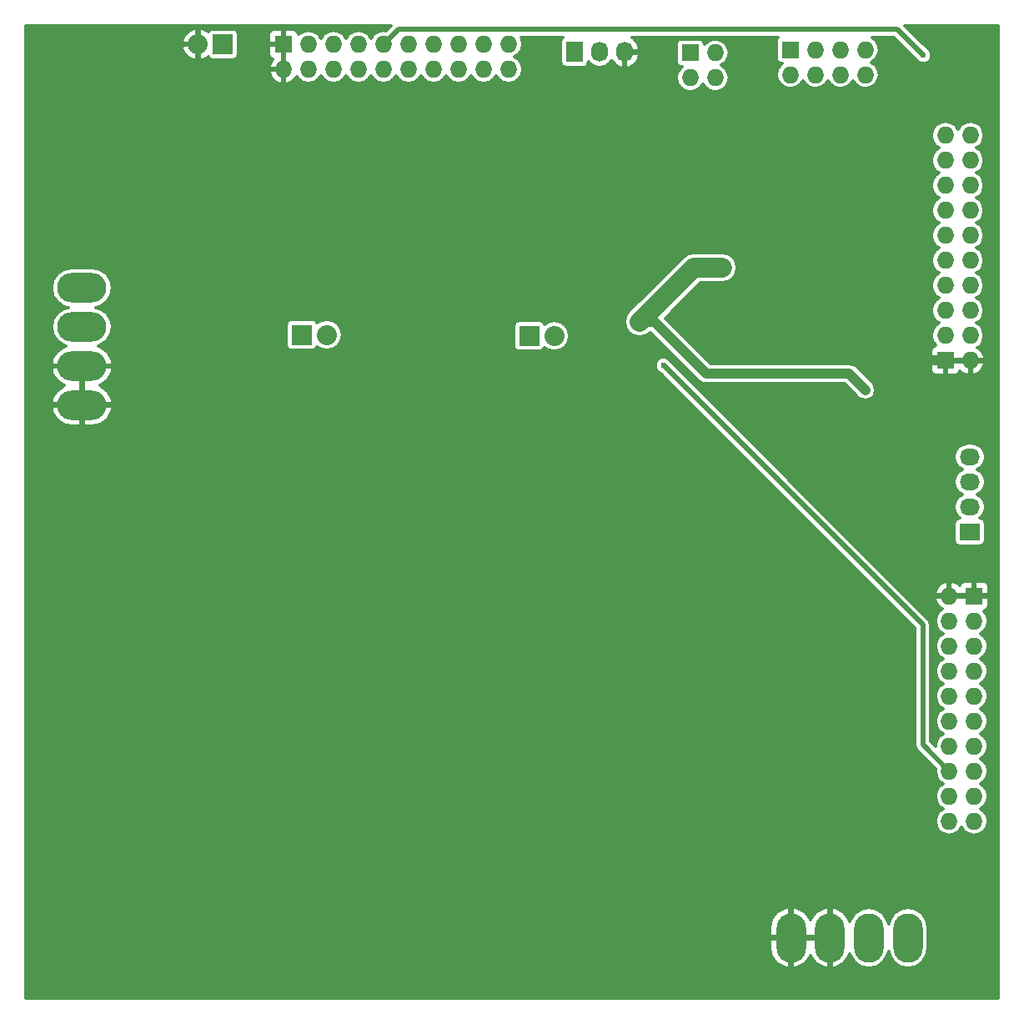
<source format=gbr>
G04 #@! TF.FileFunction,Copper,L2,Bot,Signal*
%FSLAX46Y46*%
G04 Gerber Fmt 4.6, Leading zero omitted, Abs format (unit mm)*
G04 Created by KiCad (PCBNEW 4.0.6) date 10/03/17 06:58:34*
%MOMM*%
%LPD*%
G01*
G04 APERTURE LIST*
%ADD10C,0.100000*%
%ADD11R,2.032000X2.032000*%
%ADD12O,2.032000X2.032000*%
%ADD13R,1.727200X1.727200*%
%ADD14O,1.727200X1.727200*%
%ADD15R,2.032000X1.727200*%
%ADD16O,2.032000X1.727200*%
%ADD17O,5.001260X2.999740*%
%ADD18O,2.999740X5.001260*%
%ADD19R,1.727200X2.032000*%
%ADD20O,1.727200X2.032000*%
%ADD21C,0.600000*%
%ADD22C,0.800000*%
%ADD23C,1.000000*%
%ADD24C,0.500000*%
%ADD25C,0.550000*%
%ADD26C,2.000000*%
%ADD27C,0.300000*%
G04 APERTURE END LIST*
D10*
D11*
X108650000Y-54030000D03*
D12*
X111190000Y-54030000D03*
D11*
X131730000Y-54130000D03*
D12*
X134270000Y-54130000D03*
D13*
X173990000Y-56640000D03*
D14*
X176530000Y-56640000D03*
X173990000Y-54100000D03*
X176530000Y-54100000D03*
X173990000Y-51560000D03*
X176530000Y-51560000D03*
X173990000Y-49020000D03*
X176530000Y-49020000D03*
X173990000Y-46480000D03*
X176530000Y-46480000D03*
X173990000Y-43940000D03*
X176530000Y-43940000D03*
X173990000Y-41400000D03*
X176530000Y-41400000D03*
X173990000Y-38860000D03*
X176530000Y-38860000D03*
X173990000Y-36320000D03*
X176530000Y-36320000D03*
X173990000Y-33780000D03*
X176530000Y-33780000D03*
D13*
X176910000Y-80540000D03*
D14*
X174370000Y-80540000D03*
X176910000Y-83080000D03*
X174370000Y-83080000D03*
X176910000Y-85620000D03*
X174370000Y-85620000D03*
X176910000Y-88160000D03*
X174370000Y-88160000D03*
X176910000Y-90700000D03*
X174370000Y-90700000D03*
X176910000Y-93240000D03*
X174370000Y-93240000D03*
X176910000Y-95780000D03*
X174370000Y-95780000D03*
X176910000Y-98320000D03*
X174370000Y-98320000D03*
X176910000Y-100860000D03*
X174370000Y-100860000D03*
X176910000Y-103400000D03*
X174370000Y-103400000D03*
D13*
X106790000Y-24530000D03*
D14*
X106790000Y-27070000D03*
X109330000Y-24530000D03*
X109330000Y-27070000D03*
X111870000Y-24530000D03*
X111870000Y-27070000D03*
X114410000Y-24530000D03*
X114410000Y-27070000D03*
X116950000Y-24530000D03*
X116950000Y-27070000D03*
X119490000Y-24530000D03*
X119490000Y-27070000D03*
X122030000Y-24530000D03*
X122030000Y-27070000D03*
X124570000Y-24530000D03*
X124570000Y-27070000D03*
X127110000Y-24530000D03*
X127110000Y-27070000D03*
X129650000Y-24530000D03*
X129650000Y-27070000D03*
D15*
X176470000Y-74050000D03*
D16*
X176470000Y-71510000D03*
X176470000Y-68970000D03*
X176470000Y-66430000D03*
D13*
X158240000Y-25070000D03*
D14*
X158240000Y-27610000D03*
X160780000Y-25070000D03*
X160780000Y-27610000D03*
X163320000Y-25070000D03*
X163320000Y-27610000D03*
X165860000Y-25070000D03*
X165860000Y-27610000D03*
D17*
X86320000Y-53228800D03*
X86320000Y-57191200D03*
X86320000Y-49268940D03*
X86320000Y-61151060D03*
D18*
X166231200Y-115250000D03*
X162268800Y-115250000D03*
X170191060Y-115250000D03*
X158308940Y-115250000D03*
D19*
X136350000Y-25310000D03*
D20*
X138890000Y-25310000D03*
X141430000Y-25310000D03*
D11*
X100630000Y-24540000D03*
D12*
X98090000Y-24540000D03*
D13*
X148080000Y-25400000D03*
D14*
X148080000Y-27940000D03*
X150620000Y-25400000D03*
X150620000Y-27940000D03*
D21*
X163070000Y-50620000D03*
X163820000Y-55050000D03*
D22*
X151490000Y-35360000D03*
D21*
X161020000Y-34620000D03*
X162830000Y-37690000D03*
X119120000Y-50890000D03*
X119120000Y-49560000D03*
X118390000Y-51630000D03*
D22*
X136080000Y-50040000D03*
X88690000Y-46690000D03*
X151460000Y-45110000D03*
X162460000Y-102700000D03*
X162570000Y-105610000D03*
X163360000Y-61930000D03*
D21*
X157600000Y-59240000D03*
X145180000Y-58130000D03*
D22*
X136300000Y-63370000D03*
X136280000Y-61200000D03*
X138230000Y-59020000D03*
X138180000Y-56890000D03*
D21*
X145360000Y-57140000D03*
X171750000Y-25640000D03*
X165860000Y-59640000D03*
X151300000Y-47210000D03*
X142970000Y-52720000D03*
D23*
X167255000Y-52725000D02*
X166145000Y-52725000D01*
X163440000Y-50250000D02*
X166780000Y-50250000D01*
X163070000Y-50620000D02*
X163440000Y-50250000D01*
X166145000Y-52725000D02*
X163820000Y-55050000D01*
X173990000Y-56640000D02*
X171170000Y-56640000D01*
X160280000Y-35360000D02*
X151490000Y-35360000D01*
X161020000Y-34620000D02*
X160280000Y-35360000D01*
X166780000Y-41640000D02*
X162830000Y-37690000D01*
X166780000Y-50250000D02*
X166780000Y-41640000D01*
X171170000Y-56640000D02*
X167255000Y-52725000D01*
X136300000Y-63370000D02*
X136290000Y-63370000D01*
D24*
X171700000Y-95650000D02*
X174370000Y-98320000D01*
X171700000Y-83480000D02*
X171700000Y-95650000D01*
X145360000Y-57140000D02*
X171700000Y-83480000D01*
D25*
X118460000Y-23020000D02*
X116950000Y-24530000D01*
X169130000Y-23020000D02*
X118460000Y-23020000D01*
X171750000Y-25640000D02*
X169130000Y-23020000D01*
D23*
X142970000Y-52720000D02*
X144430000Y-52720000D01*
X164190000Y-57970000D02*
X165860000Y-59640000D01*
X149680000Y-57970000D02*
X164190000Y-57970000D01*
X144430000Y-52720000D02*
X149680000Y-57970000D01*
D26*
X148480000Y-47210000D02*
X151300000Y-47210000D01*
X142970000Y-52720000D02*
X148480000Y-47210000D01*
D27*
G36*
X117160510Y-23152764D02*
X116977694Y-23116400D01*
X116922306Y-23116400D01*
X116381345Y-23224004D01*
X115922740Y-23530434D01*
X115680000Y-23893720D01*
X115437260Y-23530434D01*
X114978655Y-23224004D01*
X114437694Y-23116400D01*
X114382306Y-23116400D01*
X113841345Y-23224004D01*
X113382740Y-23530434D01*
X113140000Y-23893720D01*
X112897260Y-23530434D01*
X112438655Y-23224004D01*
X111897694Y-23116400D01*
X111842306Y-23116400D01*
X111301345Y-23224004D01*
X110842740Y-23530434D01*
X110600000Y-23893720D01*
X110357260Y-23530434D01*
X109898655Y-23224004D01*
X109357694Y-23116400D01*
X109302306Y-23116400D01*
X108761345Y-23224004D01*
X108308031Y-23526899D01*
X108211425Y-23293673D01*
X108026327Y-23108574D01*
X107784484Y-23008400D01*
X107058500Y-23008400D01*
X106894000Y-23172900D01*
X106894000Y-24426000D01*
X106914000Y-24426000D01*
X106914000Y-24634000D01*
X106894000Y-24634000D01*
X106894000Y-26966000D01*
X106914000Y-26966000D01*
X106914000Y-27174000D01*
X106894000Y-27174000D01*
X106894000Y-28423549D01*
X107130195Y-28553090D01*
X107671853Y-28310010D01*
X108079257Y-27878149D01*
X108115834Y-27789841D01*
X108302740Y-28069566D01*
X108761345Y-28375996D01*
X109302306Y-28483600D01*
X109357694Y-28483600D01*
X109898655Y-28375996D01*
X110357260Y-28069566D01*
X110600000Y-27706280D01*
X110842740Y-28069566D01*
X111301345Y-28375996D01*
X111842306Y-28483600D01*
X111897694Y-28483600D01*
X112438655Y-28375996D01*
X112897260Y-28069566D01*
X113140000Y-27706280D01*
X113382740Y-28069566D01*
X113841345Y-28375996D01*
X114382306Y-28483600D01*
X114437694Y-28483600D01*
X114978655Y-28375996D01*
X115437260Y-28069566D01*
X115680000Y-27706280D01*
X115922740Y-28069566D01*
X116381345Y-28375996D01*
X116922306Y-28483600D01*
X116977694Y-28483600D01*
X117518655Y-28375996D01*
X117977260Y-28069566D01*
X118220000Y-27706280D01*
X118462740Y-28069566D01*
X118921345Y-28375996D01*
X119462306Y-28483600D01*
X119517694Y-28483600D01*
X120058655Y-28375996D01*
X120517260Y-28069566D01*
X120760000Y-27706280D01*
X121002740Y-28069566D01*
X121461345Y-28375996D01*
X122002306Y-28483600D01*
X122057694Y-28483600D01*
X122598655Y-28375996D01*
X123057260Y-28069566D01*
X123300000Y-27706280D01*
X123542740Y-28069566D01*
X124001345Y-28375996D01*
X124542306Y-28483600D01*
X124597694Y-28483600D01*
X125138655Y-28375996D01*
X125597260Y-28069566D01*
X125840000Y-27706280D01*
X126082740Y-28069566D01*
X126541345Y-28375996D01*
X127082306Y-28483600D01*
X127137694Y-28483600D01*
X127678655Y-28375996D01*
X128137260Y-28069566D01*
X128380000Y-27706280D01*
X128622740Y-28069566D01*
X129081345Y-28375996D01*
X129622306Y-28483600D01*
X129677694Y-28483600D01*
X130218655Y-28375996D01*
X130677260Y-28069566D01*
X130763833Y-27940000D01*
X146638706Y-27940000D01*
X146746310Y-28480961D01*
X147052740Y-28939566D01*
X147511345Y-29245996D01*
X148052306Y-29353600D01*
X148107694Y-29353600D01*
X148648655Y-29245996D01*
X149107260Y-28939566D01*
X149350000Y-28576280D01*
X149592740Y-28939566D01*
X150051345Y-29245996D01*
X150592306Y-29353600D01*
X150647694Y-29353600D01*
X151188655Y-29245996D01*
X151647260Y-28939566D01*
X151953690Y-28480961D01*
X152061294Y-27940000D01*
X151953690Y-27399039D01*
X151647260Y-26940434D01*
X151242527Y-26670000D01*
X151647260Y-26399566D01*
X151953690Y-25940961D01*
X152061294Y-25400000D01*
X151953690Y-24859039D01*
X151647260Y-24400434D01*
X151188655Y-24094004D01*
X150647694Y-23986400D01*
X150592306Y-23986400D01*
X150051345Y-24094004D01*
X149592740Y-24400434D01*
X149503829Y-24533499D01*
X149466024Y-24332582D01*
X149345568Y-24145388D01*
X149161773Y-24019806D01*
X148943600Y-23975625D01*
X147216400Y-23975625D01*
X147012582Y-24013976D01*
X146825388Y-24134432D01*
X146699806Y-24318227D01*
X146655625Y-24536400D01*
X146655625Y-26263600D01*
X146693976Y-26467418D01*
X146814432Y-26654612D01*
X146998227Y-26780194D01*
X147216400Y-26824375D01*
X147226435Y-26824375D01*
X147052740Y-26940434D01*
X146746310Y-27399039D01*
X146638706Y-27940000D01*
X130763833Y-27940000D01*
X130983690Y-27610961D01*
X131091294Y-27070000D01*
X130983690Y-26529039D01*
X130677260Y-26070434D01*
X130272527Y-25800000D01*
X130677260Y-25529566D01*
X130983690Y-25070961D01*
X131091294Y-24530000D01*
X130983690Y-23989039D01*
X130887446Y-23845000D01*
X135168478Y-23845000D01*
X135095388Y-23892032D01*
X134969806Y-24075827D01*
X134925625Y-24294000D01*
X134925625Y-26326000D01*
X134963976Y-26529818D01*
X135084432Y-26717012D01*
X135268227Y-26842594D01*
X135486400Y-26886775D01*
X137213600Y-26886775D01*
X137417418Y-26848424D01*
X137604612Y-26727968D01*
X137730194Y-26544173D01*
X137774375Y-26326000D01*
X137774375Y-26318951D01*
X137890434Y-26492646D01*
X138349039Y-26799076D01*
X138890000Y-26906680D01*
X139430961Y-26799076D01*
X139889566Y-26492646D01*
X140095212Y-26184875D01*
X140105927Y-26217029D01*
X140495500Y-26666287D01*
X141027342Y-26932264D01*
X141089806Y-26945483D01*
X141326000Y-26815509D01*
X141326000Y-25414000D01*
X141534000Y-25414000D01*
X141534000Y-26815509D01*
X141770194Y-26945483D01*
X141832658Y-26932264D01*
X142364500Y-26666287D01*
X142754073Y-26217029D01*
X142942068Y-25652885D01*
X142788750Y-25414000D01*
X141534000Y-25414000D01*
X141326000Y-25414000D01*
X141306000Y-25414000D01*
X141306000Y-25206000D01*
X141326000Y-25206000D01*
X141326000Y-25186000D01*
X141534000Y-25186000D01*
X141534000Y-25206000D01*
X142788750Y-25206000D01*
X142942068Y-24967115D01*
X142754073Y-24402971D01*
X142364500Y-23953713D01*
X142147120Y-23845000D01*
X156957669Y-23845000D01*
X156859806Y-23988227D01*
X156815625Y-24206400D01*
X156815625Y-25933600D01*
X156853976Y-26137418D01*
X156974432Y-26324612D01*
X157158227Y-26450194D01*
X157376400Y-26494375D01*
X157386435Y-26494375D01*
X157212740Y-26610434D01*
X156906310Y-27069039D01*
X156798706Y-27610000D01*
X156906310Y-28150961D01*
X157212740Y-28609566D01*
X157671345Y-28915996D01*
X158212306Y-29023600D01*
X158267694Y-29023600D01*
X158808655Y-28915996D01*
X159267260Y-28609566D01*
X159510000Y-28246280D01*
X159752740Y-28609566D01*
X160211345Y-28915996D01*
X160752306Y-29023600D01*
X160807694Y-29023600D01*
X161348655Y-28915996D01*
X161807260Y-28609566D01*
X162050000Y-28246280D01*
X162292740Y-28609566D01*
X162751345Y-28915996D01*
X163292306Y-29023600D01*
X163347694Y-29023600D01*
X163888655Y-28915996D01*
X164347260Y-28609566D01*
X164590000Y-28246280D01*
X164832740Y-28609566D01*
X165291345Y-28915996D01*
X165832306Y-29023600D01*
X165887694Y-29023600D01*
X166428655Y-28915996D01*
X166887260Y-28609566D01*
X167193690Y-28150961D01*
X167301294Y-27610000D01*
X167193690Y-27069039D01*
X166887260Y-26610434D01*
X166482527Y-26340000D01*
X166887260Y-26069566D01*
X167193690Y-25610961D01*
X167301294Y-25070000D01*
X167193690Y-24529039D01*
X166887260Y-24070434D01*
X166549874Y-23845000D01*
X168788274Y-23845000D01*
X171004237Y-26060963D01*
X171028985Y-26120857D01*
X171267885Y-26360174D01*
X171580183Y-26489852D01*
X171918334Y-26490147D01*
X172230857Y-26361015D01*
X172470174Y-26122115D01*
X172599852Y-25809817D01*
X172600147Y-25471666D01*
X172471015Y-25159143D01*
X172232115Y-24919826D01*
X172171299Y-24894573D01*
X169901726Y-22625000D01*
X179375000Y-22625000D01*
X179375000Y-121375000D01*
X80625000Y-121375000D01*
X80625000Y-115354000D01*
X156151070Y-115354000D01*
X156151070Y-116354760D01*
X156355127Y-117172625D01*
X156856635Y-117850144D01*
X157579243Y-118284171D01*
X157869048Y-118363317D01*
X158204940Y-118241415D01*
X158204940Y-115354000D01*
X158412940Y-115354000D01*
X158412940Y-118241415D01*
X158748832Y-118363317D01*
X159038637Y-118284171D01*
X159761245Y-117850144D01*
X160262753Y-117172625D01*
X160288870Y-117067947D01*
X160314987Y-117172625D01*
X160816495Y-117850144D01*
X161539103Y-118284171D01*
X161828908Y-118363317D01*
X162164800Y-118241415D01*
X162164800Y-115354000D01*
X158412940Y-115354000D01*
X158204940Y-115354000D01*
X156151070Y-115354000D01*
X80625000Y-115354000D01*
X80625000Y-114145240D01*
X156151070Y-114145240D01*
X156151070Y-115146000D01*
X158204940Y-115146000D01*
X158204940Y-112258585D01*
X158412940Y-112258585D01*
X158412940Y-115146000D01*
X162164800Y-115146000D01*
X162164800Y-112258585D01*
X162372800Y-112258585D01*
X162372800Y-115146000D01*
X162392800Y-115146000D01*
X162392800Y-115354000D01*
X162372800Y-115354000D01*
X162372800Y-118241415D01*
X162708692Y-118363317D01*
X162998497Y-118284171D01*
X163721105Y-117850144D01*
X164222613Y-117172625D01*
X164295057Y-116882268D01*
X164337367Y-117094976D01*
X164781723Y-117760002D01*
X165446749Y-118204358D01*
X166231200Y-118360395D01*
X167015651Y-118204358D01*
X167680677Y-117760002D01*
X168125033Y-117094976D01*
X168211130Y-116662137D01*
X168297227Y-117094976D01*
X168741583Y-117760002D01*
X169406609Y-118204358D01*
X170191060Y-118360395D01*
X170975511Y-118204358D01*
X171640537Y-117760002D01*
X172084893Y-117094976D01*
X172240930Y-116310525D01*
X172240930Y-114189475D01*
X172084893Y-113405024D01*
X171640537Y-112739998D01*
X170975511Y-112295642D01*
X170191060Y-112139605D01*
X169406609Y-112295642D01*
X168741583Y-112739998D01*
X168297227Y-113405024D01*
X168211130Y-113837863D01*
X168125033Y-113405024D01*
X167680677Y-112739998D01*
X167015651Y-112295642D01*
X166231200Y-112139605D01*
X165446749Y-112295642D01*
X164781723Y-112739998D01*
X164337367Y-113405024D01*
X164295057Y-113617732D01*
X164222613Y-113327375D01*
X163721105Y-112649856D01*
X162998497Y-112215829D01*
X162708692Y-112136683D01*
X162372800Y-112258585D01*
X162164800Y-112258585D01*
X161828908Y-112136683D01*
X161539103Y-112215829D01*
X160816495Y-112649856D01*
X160314987Y-113327375D01*
X160288870Y-113432053D01*
X160262753Y-113327375D01*
X159761245Y-112649856D01*
X159038637Y-112215829D01*
X158748832Y-112136683D01*
X158412940Y-112258585D01*
X158204940Y-112258585D01*
X157869048Y-112136683D01*
X157579243Y-112215829D01*
X156856635Y-112649856D01*
X156355127Y-113327375D01*
X156151070Y-114145240D01*
X80625000Y-114145240D01*
X80625000Y-61590952D01*
X83206683Y-61590952D01*
X83285829Y-61880757D01*
X83719856Y-62603365D01*
X84397375Y-63104873D01*
X85215240Y-63308930D01*
X86216000Y-63308930D01*
X86216000Y-61255060D01*
X86424000Y-61255060D01*
X86424000Y-63308930D01*
X87424760Y-63308930D01*
X88242625Y-63104873D01*
X88920144Y-62603365D01*
X89354171Y-61880757D01*
X89433317Y-61590952D01*
X89311415Y-61255060D01*
X86424000Y-61255060D01*
X86216000Y-61255060D01*
X83328585Y-61255060D01*
X83206683Y-61590952D01*
X80625000Y-61590952D01*
X80625000Y-57631092D01*
X83206683Y-57631092D01*
X83285829Y-57920897D01*
X83719856Y-58643505D01*
X84397375Y-59145013D01*
X84502053Y-59171130D01*
X84397375Y-59197247D01*
X83719856Y-59698755D01*
X83285829Y-60421363D01*
X83206683Y-60711168D01*
X83328585Y-61047060D01*
X86216000Y-61047060D01*
X86216000Y-57295200D01*
X86424000Y-57295200D01*
X86424000Y-61047060D01*
X89311415Y-61047060D01*
X89433317Y-60711168D01*
X89354171Y-60421363D01*
X88920144Y-59698755D01*
X88242625Y-59197247D01*
X88137947Y-59171130D01*
X88242625Y-59145013D01*
X88920144Y-58643505D01*
X89354171Y-57920897D01*
X89433317Y-57631092D01*
X89316182Y-57308334D01*
X144509853Y-57308334D01*
X144638985Y-57620857D01*
X144877885Y-57860174D01*
X144999163Y-57910533D01*
X170900000Y-83811371D01*
X170900000Y-95650000D01*
X170960896Y-95956147D01*
X171134315Y-96215685D01*
X172998630Y-98080001D01*
X172956400Y-98292306D01*
X172956400Y-98347694D01*
X173064004Y-98888655D01*
X173370434Y-99347260D01*
X173733720Y-99590000D01*
X173370434Y-99832740D01*
X173064004Y-100291345D01*
X172956400Y-100832306D01*
X172956400Y-100887694D01*
X173064004Y-101428655D01*
X173370434Y-101887260D01*
X173733720Y-102130000D01*
X173370434Y-102372740D01*
X173064004Y-102831345D01*
X172956400Y-103372306D01*
X172956400Y-103427694D01*
X173064004Y-103968655D01*
X173370434Y-104427260D01*
X173829039Y-104733690D01*
X174370000Y-104841294D01*
X174910961Y-104733690D01*
X175369566Y-104427260D01*
X175640000Y-104022527D01*
X175910434Y-104427260D01*
X176369039Y-104733690D01*
X176910000Y-104841294D01*
X177450961Y-104733690D01*
X177909566Y-104427260D01*
X178215996Y-103968655D01*
X178323600Y-103427694D01*
X178323600Y-103372306D01*
X178215996Y-102831345D01*
X177909566Y-102372740D01*
X177546280Y-102130000D01*
X177909566Y-101887260D01*
X178215996Y-101428655D01*
X178323600Y-100887694D01*
X178323600Y-100832306D01*
X178215996Y-100291345D01*
X177909566Y-99832740D01*
X177546280Y-99590000D01*
X177909566Y-99347260D01*
X178215996Y-98888655D01*
X178323600Y-98347694D01*
X178323600Y-98292306D01*
X178215996Y-97751345D01*
X177909566Y-97292740D01*
X177546280Y-97050000D01*
X177909566Y-96807260D01*
X178215996Y-96348655D01*
X178323600Y-95807694D01*
X178323600Y-95752306D01*
X178215996Y-95211345D01*
X177909566Y-94752740D01*
X177546280Y-94510000D01*
X177909566Y-94267260D01*
X178215996Y-93808655D01*
X178323600Y-93267694D01*
X178323600Y-93212306D01*
X178215996Y-92671345D01*
X177909566Y-92212740D01*
X177546280Y-91970000D01*
X177909566Y-91727260D01*
X178215996Y-91268655D01*
X178323600Y-90727694D01*
X178323600Y-90672306D01*
X178215996Y-90131345D01*
X177909566Y-89672740D01*
X177546280Y-89430000D01*
X177909566Y-89187260D01*
X178215996Y-88728655D01*
X178323600Y-88187694D01*
X178323600Y-88132306D01*
X178215996Y-87591345D01*
X177909566Y-87132740D01*
X177546280Y-86890000D01*
X177909566Y-86647260D01*
X178215996Y-86188655D01*
X178323600Y-85647694D01*
X178323600Y-85592306D01*
X178215996Y-85051345D01*
X177909566Y-84592740D01*
X177546280Y-84350000D01*
X177909566Y-84107260D01*
X178215996Y-83648655D01*
X178323600Y-83107694D01*
X178323600Y-83052306D01*
X178215996Y-82511345D01*
X177913101Y-82058031D01*
X178146327Y-81961425D01*
X178331426Y-81776327D01*
X178431600Y-81534484D01*
X178431600Y-80808500D01*
X178267100Y-80644000D01*
X177014000Y-80644000D01*
X177014000Y-80664000D01*
X176806000Y-80664000D01*
X176806000Y-80644000D01*
X174474000Y-80644000D01*
X174474000Y-80664000D01*
X174266000Y-80664000D01*
X174266000Y-80644000D01*
X173016451Y-80644000D01*
X172886910Y-80880195D01*
X173129990Y-81421853D01*
X173561851Y-81829257D01*
X173650159Y-81865834D01*
X173370434Y-82052740D01*
X173064004Y-82511345D01*
X172956400Y-83052306D01*
X172956400Y-83107694D01*
X173064004Y-83648655D01*
X173370434Y-84107260D01*
X173733720Y-84350000D01*
X173370434Y-84592740D01*
X173064004Y-85051345D01*
X172956400Y-85592306D01*
X172956400Y-85647694D01*
X173064004Y-86188655D01*
X173370434Y-86647260D01*
X173733720Y-86890000D01*
X173370434Y-87132740D01*
X173064004Y-87591345D01*
X172956400Y-88132306D01*
X172956400Y-88187694D01*
X173064004Y-88728655D01*
X173370434Y-89187260D01*
X173733720Y-89430000D01*
X173370434Y-89672740D01*
X173064004Y-90131345D01*
X172956400Y-90672306D01*
X172956400Y-90727694D01*
X173064004Y-91268655D01*
X173370434Y-91727260D01*
X173733720Y-91970000D01*
X173370434Y-92212740D01*
X173064004Y-92671345D01*
X172956400Y-93212306D01*
X172956400Y-93267694D01*
X173064004Y-93808655D01*
X173370434Y-94267260D01*
X173733720Y-94510000D01*
X173370434Y-94752740D01*
X173064004Y-95211345D01*
X172956400Y-95752306D01*
X172956400Y-95775030D01*
X172500000Y-95318630D01*
X172500000Y-83480000D01*
X172439104Y-83173853D01*
X172394898Y-83107694D01*
X172265685Y-82914314D01*
X169551176Y-80199805D01*
X172886910Y-80199805D01*
X173016451Y-80436000D01*
X174266000Y-80436000D01*
X174266000Y-79186891D01*
X174474000Y-79186891D01*
X174474000Y-80436000D01*
X176806000Y-80436000D01*
X176806000Y-79182900D01*
X177014000Y-79182900D01*
X177014000Y-80436000D01*
X178267100Y-80436000D01*
X178431600Y-80271500D01*
X178431600Y-79545516D01*
X178331426Y-79303673D01*
X178146327Y-79118575D01*
X177904485Y-79018400D01*
X177178500Y-79018400D01*
X177014000Y-79182900D01*
X176806000Y-79182900D01*
X176641500Y-79018400D01*
X175915515Y-79018400D01*
X175673673Y-79118575D01*
X175488574Y-79303673D01*
X175417120Y-79476180D01*
X175178149Y-79250743D01*
X174710194Y-79056917D01*
X174474000Y-79186891D01*
X174266000Y-79186891D01*
X174029806Y-79056917D01*
X173561851Y-79250743D01*
X173129990Y-79658147D01*
X172886910Y-80199805D01*
X169551176Y-80199805D01*
X155781371Y-66430000D01*
X174873320Y-66430000D01*
X174980924Y-66970961D01*
X175287354Y-67429566D01*
X175692087Y-67700000D01*
X175287354Y-67970434D01*
X174980924Y-68429039D01*
X174873320Y-68970000D01*
X174980924Y-69510961D01*
X175287354Y-69969566D01*
X175692087Y-70240000D01*
X175287354Y-70510434D01*
X174980924Y-70969039D01*
X174873320Y-71510000D01*
X174980924Y-72050961D01*
X175287354Y-72509566D01*
X175461049Y-72625625D01*
X175454000Y-72625625D01*
X175250182Y-72663976D01*
X175062988Y-72784432D01*
X174937406Y-72968227D01*
X174893225Y-73186400D01*
X174893225Y-74913600D01*
X174931576Y-75117418D01*
X175052032Y-75304612D01*
X175235827Y-75430194D01*
X175454000Y-75474375D01*
X177486000Y-75474375D01*
X177689818Y-75436024D01*
X177877012Y-75315568D01*
X178002594Y-75131773D01*
X178046775Y-74913600D01*
X178046775Y-73186400D01*
X178008424Y-72982582D01*
X177887968Y-72795388D01*
X177704173Y-72669806D01*
X177486000Y-72625625D01*
X177478951Y-72625625D01*
X177652646Y-72509566D01*
X177959076Y-72050961D01*
X178066680Y-71510000D01*
X177959076Y-70969039D01*
X177652646Y-70510434D01*
X177247913Y-70240000D01*
X177652646Y-69969566D01*
X177959076Y-69510961D01*
X178066680Y-68970000D01*
X177959076Y-68429039D01*
X177652646Y-67970434D01*
X177247913Y-67700000D01*
X177652646Y-67429566D01*
X177959076Y-66970961D01*
X178066680Y-66430000D01*
X177959076Y-65889039D01*
X177652646Y-65430434D01*
X177194041Y-65124004D01*
X176653080Y-65016400D01*
X176286920Y-65016400D01*
X175745959Y-65124004D01*
X175287354Y-65430434D01*
X174980924Y-65889039D01*
X174873320Y-66430000D01*
X155781371Y-66430000D01*
X146130658Y-56779288D01*
X146081015Y-56659143D01*
X145842115Y-56419826D01*
X145529817Y-56290148D01*
X145191666Y-56289853D01*
X144879143Y-56418985D01*
X144639826Y-56657885D01*
X144510148Y-56970183D01*
X144509853Y-57308334D01*
X89316182Y-57308334D01*
X89311415Y-57295200D01*
X86424000Y-57295200D01*
X86216000Y-57295200D01*
X83328585Y-57295200D01*
X83206683Y-57631092D01*
X80625000Y-57631092D01*
X80625000Y-56751308D01*
X83206683Y-56751308D01*
X83328585Y-57087200D01*
X86216000Y-57087200D01*
X86216000Y-57067200D01*
X86424000Y-57067200D01*
X86424000Y-57087200D01*
X89311415Y-57087200D01*
X89433317Y-56751308D01*
X89354171Y-56461503D01*
X88920144Y-55738895D01*
X88242625Y-55237387D01*
X87952268Y-55164943D01*
X88164976Y-55122633D01*
X88830002Y-54678277D01*
X89274358Y-54013251D01*
X89430395Y-53228800D01*
X89387669Y-53014000D01*
X107073225Y-53014000D01*
X107073225Y-55046000D01*
X107111576Y-55249818D01*
X107232032Y-55437012D01*
X107415827Y-55562594D01*
X107634000Y-55606775D01*
X109666000Y-55606775D01*
X109869818Y-55568424D01*
X110057012Y-55447968D01*
X110182594Y-55264173D01*
X110189653Y-55229312D01*
X110560038Y-55476795D01*
X111159320Y-55596000D01*
X111220680Y-55596000D01*
X111819962Y-55476795D01*
X112328009Y-55137329D01*
X112667475Y-54629282D01*
X112786680Y-54030000D01*
X112667475Y-53430718D01*
X112455851Y-53114000D01*
X130153225Y-53114000D01*
X130153225Y-55146000D01*
X130191576Y-55349818D01*
X130312032Y-55537012D01*
X130495827Y-55662594D01*
X130714000Y-55706775D01*
X132746000Y-55706775D01*
X132949818Y-55668424D01*
X133137012Y-55547968D01*
X133262594Y-55364173D01*
X133269653Y-55329312D01*
X133640038Y-55576795D01*
X134239320Y-55696000D01*
X134300680Y-55696000D01*
X134899962Y-55576795D01*
X135408009Y-55237329D01*
X135747475Y-54729282D01*
X135866680Y-54130000D01*
X135747475Y-53530718D01*
X135408009Y-53022671D01*
X134955030Y-52720000D01*
X141419999Y-52720000D01*
X141537987Y-53313159D01*
X141873984Y-53816016D01*
X142376841Y-54152013D01*
X142970000Y-54270001D01*
X143563159Y-54152013D01*
X144051075Y-53825999D01*
X148937538Y-58712462D01*
X149278182Y-58940074D01*
X149680000Y-59020000D01*
X163755076Y-59020000D01*
X165117538Y-60382462D01*
X165458183Y-60610074D01*
X165860000Y-60690000D01*
X166261818Y-60610074D01*
X166602462Y-60382462D01*
X166830074Y-60041818D01*
X166910000Y-59640000D01*
X166830074Y-59238183D01*
X166602462Y-58897538D01*
X164932462Y-57227538D01*
X164591818Y-56999926D01*
X164190000Y-56920000D01*
X150114924Y-56920000D01*
X150103424Y-56908500D01*
X172468400Y-56908500D01*
X172468400Y-57634484D01*
X172568574Y-57876327D01*
X172753673Y-58061425D01*
X172995515Y-58161600D01*
X173721500Y-58161600D01*
X173886000Y-57997100D01*
X173886000Y-56744000D01*
X174094000Y-56744000D01*
X174094000Y-57997100D01*
X174258500Y-58161600D01*
X174984485Y-58161600D01*
X175226327Y-58061425D01*
X175411426Y-57876327D01*
X175482880Y-57703820D01*
X175721851Y-57929257D01*
X176189806Y-58123083D01*
X176426000Y-57993109D01*
X176426000Y-56744000D01*
X176634000Y-56744000D01*
X176634000Y-57993109D01*
X176870194Y-58123083D01*
X177338149Y-57929257D01*
X177770010Y-57521853D01*
X178013090Y-56980195D01*
X177883549Y-56744000D01*
X176634000Y-56744000D01*
X176426000Y-56744000D01*
X174094000Y-56744000D01*
X173886000Y-56744000D01*
X172632900Y-56744000D01*
X172468400Y-56908500D01*
X150103424Y-56908500D01*
X148840440Y-55645516D01*
X172468400Y-55645516D01*
X172468400Y-56371500D01*
X172632900Y-56536000D01*
X173886000Y-56536000D01*
X173886000Y-56516000D01*
X174094000Y-56516000D01*
X174094000Y-56536000D01*
X176426000Y-56536000D01*
X176426000Y-56516000D01*
X176634000Y-56516000D01*
X176634000Y-56536000D01*
X177883549Y-56536000D01*
X178013090Y-56299805D01*
X177770010Y-55758147D01*
X177338149Y-55350743D01*
X177249841Y-55314166D01*
X177529566Y-55127260D01*
X177835996Y-54668655D01*
X177943600Y-54127694D01*
X177943600Y-54072306D01*
X177835996Y-53531345D01*
X177529566Y-53072740D01*
X177166280Y-52830000D01*
X177529566Y-52587260D01*
X177835996Y-52128655D01*
X177943600Y-51587694D01*
X177943600Y-51532306D01*
X177835996Y-50991345D01*
X177529566Y-50532740D01*
X177166280Y-50290000D01*
X177529566Y-50047260D01*
X177835996Y-49588655D01*
X177943600Y-49047694D01*
X177943600Y-48992306D01*
X177835996Y-48451345D01*
X177529566Y-47992740D01*
X177166280Y-47750000D01*
X177529566Y-47507260D01*
X177835996Y-47048655D01*
X177943600Y-46507694D01*
X177943600Y-46452306D01*
X177835996Y-45911345D01*
X177529566Y-45452740D01*
X177166280Y-45210000D01*
X177529566Y-44967260D01*
X177835996Y-44508655D01*
X177943600Y-43967694D01*
X177943600Y-43912306D01*
X177835996Y-43371345D01*
X177529566Y-42912740D01*
X177166280Y-42670000D01*
X177529566Y-42427260D01*
X177835996Y-41968655D01*
X177943600Y-41427694D01*
X177943600Y-41372306D01*
X177835996Y-40831345D01*
X177529566Y-40372740D01*
X177166280Y-40130000D01*
X177529566Y-39887260D01*
X177835996Y-39428655D01*
X177943600Y-38887694D01*
X177943600Y-38832306D01*
X177835996Y-38291345D01*
X177529566Y-37832740D01*
X177166280Y-37590000D01*
X177529566Y-37347260D01*
X177835996Y-36888655D01*
X177943600Y-36347694D01*
X177943600Y-36292306D01*
X177835996Y-35751345D01*
X177529566Y-35292740D01*
X177166280Y-35050000D01*
X177529566Y-34807260D01*
X177835996Y-34348655D01*
X177943600Y-33807694D01*
X177943600Y-33752306D01*
X177835996Y-33211345D01*
X177529566Y-32752740D01*
X177070961Y-32446310D01*
X176530000Y-32338706D01*
X175989039Y-32446310D01*
X175530434Y-32752740D01*
X175260000Y-33157473D01*
X174989566Y-32752740D01*
X174530961Y-32446310D01*
X173990000Y-32338706D01*
X173449039Y-32446310D01*
X172990434Y-32752740D01*
X172684004Y-33211345D01*
X172576400Y-33752306D01*
X172576400Y-33807694D01*
X172684004Y-34348655D01*
X172990434Y-34807260D01*
X173353720Y-35050000D01*
X172990434Y-35292740D01*
X172684004Y-35751345D01*
X172576400Y-36292306D01*
X172576400Y-36347694D01*
X172684004Y-36888655D01*
X172990434Y-37347260D01*
X173353720Y-37590000D01*
X172990434Y-37832740D01*
X172684004Y-38291345D01*
X172576400Y-38832306D01*
X172576400Y-38887694D01*
X172684004Y-39428655D01*
X172990434Y-39887260D01*
X173353720Y-40130000D01*
X172990434Y-40372740D01*
X172684004Y-40831345D01*
X172576400Y-41372306D01*
X172576400Y-41427694D01*
X172684004Y-41968655D01*
X172990434Y-42427260D01*
X173353720Y-42670000D01*
X172990434Y-42912740D01*
X172684004Y-43371345D01*
X172576400Y-43912306D01*
X172576400Y-43967694D01*
X172684004Y-44508655D01*
X172990434Y-44967260D01*
X173353720Y-45210000D01*
X172990434Y-45452740D01*
X172684004Y-45911345D01*
X172576400Y-46452306D01*
X172576400Y-46507694D01*
X172684004Y-47048655D01*
X172990434Y-47507260D01*
X173353720Y-47750000D01*
X172990434Y-47992740D01*
X172684004Y-48451345D01*
X172576400Y-48992306D01*
X172576400Y-49047694D01*
X172684004Y-49588655D01*
X172990434Y-50047260D01*
X173353720Y-50290000D01*
X172990434Y-50532740D01*
X172684004Y-50991345D01*
X172576400Y-51532306D01*
X172576400Y-51587694D01*
X172684004Y-52128655D01*
X172990434Y-52587260D01*
X173353720Y-52830000D01*
X172990434Y-53072740D01*
X172684004Y-53531345D01*
X172576400Y-54072306D01*
X172576400Y-54127694D01*
X172684004Y-54668655D01*
X172986899Y-55121969D01*
X172753673Y-55218575D01*
X172568574Y-55403673D01*
X172468400Y-55645516D01*
X148840440Y-55645516D01*
X145538478Y-52343554D01*
X149122031Y-48760000D01*
X151300000Y-48760000D01*
X151893159Y-48642013D01*
X152396016Y-48306016D01*
X152732013Y-47803159D01*
X152850000Y-47210000D01*
X152732013Y-46616841D01*
X152396016Y-46113984D01*
X151893159Y-45777987D01*
X151300000Y-45660000D01*
X148480005Y-45660000D01*
X148480000Y-45659999D01*
X147886841Y-45777987D01*
X147383984Y-46113984D01*
X147383982Y-46113987D01*
X141873984Y-51623984D01*
X141537987Y-52126841D01*
X141419999Y-52720000D01*
X134955030Y-52720000D01*
X134899962Y-52683205D01*
X134300680Y-52564000D01*
X134239320Y-52564000D01*
X133640038Y-52683205D01*
X133271989Y-52929127D01*
X133268424Y-52910182D01*
X133147968Y-52722988D01*
X132964173Y-52597406D01*
X132746000Y-52553225D01*
X130714000Y-52553225D01*
X130510182Y-52591576D01*
X130322988Y-52712032D01*
X130197406Y-52895827D01*
X130153225Y-53114000D01*
X112455851Y-53114000D01*
X112328009Y-52922671D01*
X111819962Y-52583205D01*
X111220680Y-52464000D01*
X111159320Y-52464000D01*
X110560038Y-52583205D01*
X110191989Y-52829127D01*
X110188424Y-52810182D01*
X110067968Y-52622988D01*
X109884173Y-52497406D01*
X109666000Y-52453225D01*
X107634000Y-52453225D01*
X107430182Y-52491576D01*
X107242988Y-52612032D01*
X107117406Y-52795827D01*
X107073225Y-53014000D01*
X89387669Y-53014000D01*
X89274358Y-52444349D01*
X88830002Y-51779323D01*
X88164976Y-51334967D01*
X87732137Y-51248870D01*
X88164976Y-51162773D01*
X88830002Y-50718417D01*
X89274358Y-50053391D01*
X89430395Y-49268940D01*
X89274358Y-48484489D01*
X88830002Y-47819463D01*
X88164976Y-47375107D01*
X87380525Y-47219070D01*
X85259475Y-47219070D01*
X84475024Y-47375107D01*
X83809998Y-47819463D01*
X83365642Y-48484489D01*
X83209605Y-49268940D01*
X83365642Y-50053391D01*
X83809998Y-50718417D01*
X84475024Y-51162773D01*
X84907863Y-51248870D01*
X84475024Y-51334967D01*
X83809998Y-51779323D01*
X83365642Y-52444349D01*
X83209605Y-53228800D01*
X83365642Y-54013251D01*
X83809998Y-54678277D01*
X84475024Y-55122633D01*
X84687732Y-55164943D01*
X84397375Y-55237387D01*
X83719856Y-55738895D01*
X83285829Y-56461503D01*
X83206683Y-56751308D01*
X80625000Y-56751308D01*
X80625000Y-27410194D01*
X105306917Y-27410194D01*
X105500743Y-27878149D01*
X105908147Y-28310010D01*
X106449805Y-28553090D01*
X106686000Y-28423549D01*
X106686000Y-27174000D01*
X105436891Y-27174000D01*
X105306917Y-27410194D01*
X80625000Y-27410194D01*
X80625000Y-24904085D01*
X96456073Y-24904085D01*
X96677187Y-25437918D01*
X97128349Y-25910228D01*
X97725914Y-26173934D01*
X97986000Y-26046273D01*
X97986000Y-24644000D01*
X96584087Y-24644000D01*
X96456073Y-24904085D01*
X80625000Y-24904085D01*
X80625000Y-24175915D01*
X96456073Y-24175915D01*
X96584087Y-24436000D01*
X97986000Y-24436000D01*
X97986000Y-23033727D01*
X98194000Y-23033727D01*
X98194000Y-24436000D01*
X98214000Y-24436000D01*
X98214000Y-24644000D01*
X98194000Y-24644000D01*
X98194000Y-26046273D01*
X98454086Y-26173934D01*
X99051651Y-25910228D01*
X99133336Y-25824714D01*
X99212032Y-25947012D01*
X99395827Y-26072594D01*
X99614000Y-26116775D01*
X101646000Y-26116775D01*
X101849818Y-26078424D01*
X102037012Y-25957968D01*
X102162594Y-25774173D01*
X102206775Y-25556000D01*
X102206775Y-24798500D01*
X105268400Y-24798500D01*
X105268400Y-25524485D01*
X105368575Y-25766327D01*
X105553673Y-25951426D01*
X105726180Y-26022880D01*
X105500743Y-26261851D01*
X105306917Y-26729806D01*
X105436891Y-26966000D01*
X106686000Y-26966000D01*
X106686000Y-24634000D01*
X105432900Y-24634000D01*
X105268400Y-24798500D01*
X102206775Y-24798500D01*
X102206775Y-23535515D01*
X105268400Y-23535515D01*
X105268400Y-24261500D01*
X105432900Y-24426000D01*
X106686000Y-24426000D01*
X106686000Y-23172900D01*
X106521500Y-23008400D01*
X105795516Y-23008400D01*
X105553673Y-23108574D01*
X105368575Y-23293673D01*
X105268400Y-23535515D01*
X102206775Y-23535515D01*
X102206775Y-23524000D01*
X102168424Y-23320182D01*
X102047968Y-23132988D01*
X101864173Y-23007406D01*
X101646000Y-22963225D01*
X99614000Y-22963225D01*
X99410182Y-23001576D01*
X99222988Y-23122032D01*
X99132522Y-23254434D01*
X99051651Y-23169772D01*
X98454086Y-22906066D01*
X98194000Y-23033727D01*
X97986000Y-23033727D01*
X97725914Y-22906066D01*
X97128349Y-23169772D01*
X96677187Y-23642082D01*
X96456073Y-24175915D01*
X80625000Y-24175915D01*
X80625000Y-22625000D01*
X117688274Y-22625000D01*
X117160510Y-23152764D01*
X117160510Y-23152764D01*
G37*
X117160510Y-23152764D02*
X116977694Y-23116400D01*
X116922306Y-23116400D01*
X116381345Y-23224004D01*
X115922740Y-23530434D01*
X115680000Y-23893720D01*
X115437260Y-23530434D01*
X114978655Y-23224004D01*
X114437694Y-23116400D01*
X114382306Y-23116400D01*
X113841345Y-23224004D01*
X113382740Y-23530434D01*
X113140000Y-23893720D01*
X112897260Y-23530434D01*
X112438655Y-23224004D01*
X111897694Y-23116400D01*
X111842306Y-23116400D01*
X111301345Y-23224004D01*
X110842740Y-23530434D01*
X110600000Y-23893720D01*
X110357260Y-23530434D01*
X109898655Y-23224004D01*
X109357694Y-23116400D01*
X109302306Y-23116400D01*
X108761345Y-23224004D01*
X108308031Y-23526899D01*
X108211425Y-23293673D01*
X108026327Y-23108574D01*
X107784484Y-23008400D01*
X107058500Y-23008400D01*
X106894000Y-23172900D01*
X106894000Y-24426000D01*
X106914000Y-24426000D01*
X106914000Y-24634000D01*
X106894000Y-24634000D01*
X106894000Y-26966000D01*
X106914000Y-26966000D01*
X106914000Y-27174000D01*
X106894000Y-27174000D01*
X106894000Y-28423549D01*
X107130195Y-28553090D01*
X107671853Y-28310010D01*
X108079257Y-27878149D01*
X108115834Y-27789841D01*
X108302740Y-28069566D01*
X108761345Y-28375996D01*
X109302306Y-28483600D01*
X109357694Y-28483600D01*
X109898655Y-28375996D01*
X110357260Y-28069566D01*
X110600000Y-27706280D01*
X110842740Y-28069566D01*
X111301345Y-28375996D01*
X111842306Y-28483600D01*
X111897694Y-28483600D01*
X112438655Y-28375996D01*
X112897260Y-28069566D01*
X113140000Y-27706280D01*
X113382740Y-28069566D01*
X113841345Y-28375996D01*
X114382306Y-28483600D01*
X114437694Y-28483600D01*
X114978655Y-28375996D01*
X115437260Y-28069566D01*
X115680000Y-27706280D01*
X115922740Y-28069566D01*
X116381345Y-28375996D01*
X116922306Y-28483600D01*
X116977694Y-28483600D01*
X117518655Y-28375996D01*
X117977260Y-28069566D01*
X118220000Y-27706280D01*
X118462740Y-28069566D01*
X118921345Y-28375996D01*
X119462306Y-28483600D01*
X119517694Y-28483600D01*
X120058655Y-28375996D01*
X120517260Y-28069566D01*
X120760000Y-27706280D01*
X121002740Y-28069566D01*
X121461345Y-28375996D01*
X122002306Y-28483600D01*
X122057694Y-28483600D01*
X122598655Y-28375996D01*
X123057260Y-28069566D01*
X123300000Y-27706280D01*
X123542740Y-28069566D01*
X124001345Y-28375996D01*
X124542306Y-28483600D01*
X124597694Y-28483600D01*
X125138655Y-28375996D01*
X125597260Y-28069566D01*
X125840000Y-27706280D01*
X126082740Y-28069566D01*
X126541345Y-28375996D01*
X127082306Y-28483600D01*
X127137694Y-28483600D01*
X127678655Y-28375996D01*
X128137260Y-28069566D01*
X128380000Y-27706280D01*
X128622740Y-28069566D01*
X129081345Y-28375996D01*
X129622306Y-28483600D01*
X129677694Y-28483600D01*
X130218655Y-28375996D01*
X130677260Y-28069566D01*
X130763833Y-27940000D01*
X146638706Y-27940000D01*
X146746310Y-28480961D01*
X147052740Y-28939566D01*
X147511345Y-29245996D01*
X148052306Y-29353600D01*
X148107694Y-29353600D01*
X148648655Y-29245996D01*
X149107260Y-28939566D01*
X149350000Y-28576280D01*
X149592740Y-28939566D01*
X150051345Y-29245996D01*
X150592306Y-29353600D01*
X150647694Y-29353600D01*
X151188655Y-29245996D01*
X151647260Y-28939566D01*
X151953690Y-28480961D01*
X152061294Y-27940000D01*
X151953690Y-27399039D01*
X151647260Y-26940434D01*
X151242527Y-26670000D01*
X151647260Y-26399566D01*
X151953690Y-25940961D01*
X152061294Y-25400000D01*
X151953690Y-24859039D01*
X151647260Y-24400434D01*
X151188655Y-24094004D01*
X150647694Y-23986400D01*
X150592306Y-23986400D01*
X150051345Y-24094004D01*
X149592740Y-24400434D01*
X149503829Y-24533499D01*
X149466024Y-24332582D01*
X149345568Y-24145388D01*
X149161773Y-24019806D01*
X148943600Y-23975625D01*
X147216400Y-23975625D01*
X147012582Y-24013976D01*
X146825388Y-24134432D01*
X146699806Y-24318227D01*
X146655625Y-24536400D01*
X146655625Y-26263600D01*
X146693976Y-26467418D01*
X146814432Y-26654612D01*
X146998227Y-26780194D01*
X147216400Y-26824375D01*
X147226435Y-26824375D01*
X147052740Y-26940434D01*
X146746310Y-27399039D01*
X146638706Y-27940000D01*
X130763833Y-27940000D01*
X130983690Y-27610961D01*
X131091294Y-27070000D01*
X130983690Y-26529039D01*
X130677260Y-26070434D01*
X130272527Y-25800000D01*
X130677260Y-25529566D01*
X130983690Y-25070961D01*
X131091294Y-24530000D01*
X130983690Y-23989039D01*
X130887446Y-23845000D01*
X135168478Y-23845000D01*
X135095388Y-23892032D01*
X134969806Y-24075827D01*
X134925625Y-24294000D01*
X134925625Y-26326000D01*
X134963976Y-26529818D01*
X135084432Y-26717012D01*
X135268227Y-26842594D01*
X135486400Y-26886775D01*
X137213600Y-26886775D01*
X137417418Y-26848424D01*
X137604612Y-26727968D01*
X137730194Y-26544173D01*
X137774375Y-26326000D01*
X137774375Y-26318951D01*
X137890434Y-26492646D01*
X138349039Y-26799076D01*
X138890000Y-26906680D01*
X139430961Y-26799076D01*
X139889566Y-26492646D01*
X140095212Y-26184875D01*
X140105927Y-26217029D01*
X140495500Y-26666287D01*
X141027342Y-26932264D01*
X141089806Y-26945483D01*
X141326000Y-26815509D01*
X141326000Y-25414000D01*
X141534000Y-25414000D01*
X141534000Y-26815509D01*
X141770194Y-26945483D01*
X141832658Y-26932264D01*
X142364500Y-26666287D01*
X142754073Y-26217029D01*
X142942068Y-25652885D01*
X142788750Y-25414000D01*
X141534000Y-25414000D01*
X141326000Y-25414000D01*
X141306000Y-25414000D01*
X141306000Y-25206000D01*
X141326000Y-25206000D01*
X141326000Y-25186000D01*
X141534000Y-25186000D01*
X141534000Y-25206000D01*
X142788750Y-25206000D01*
X142942068Y-24967115D01*
X142754073Y-24402971D01*
X142364500Y-23953713D01*
X142147120Y-23845000D01*
X156957669Y-23845000D01*
X156859806Y-23988227D01*
X156815625Y-24206400D01*
X156815625Y-25933600D01*
X156853976Y-26137418D01*
X156974432Y-26324612D01*
X157158227Y-26450194D01*
X157376400Y-26494375D01*
X157386435Y-26494375D01*
X157212740Y-26610434D01*
X156906310Y-27069039D01*
X156798706Y-27610000D01*
X156906310Y-28150961D01*
X157212740Y-28609566D01*
X157671345Y-28915996D01*
X158212306Y-29023600D01*
X158267694Y-29023600D01*
X158808655Y-28915996D01*
X159267260Y-28609566D01*
X159510000Y-28246280D01*
X159752740Y-28609566D01*
X160211345Y-28915996D01*
X160752306Y-29023600D01*
X160807694Y-29023600D01*
X161348655Y-28915996D01*
X161807260Y-28609566D01*
X162050000Y-28246280D01*
X162292740Y-28609566D01*
X162751345Y-28915996D01*
X163292306Y-29023600D01*
X163347694Y-29023600D01*
X163888655Y-28915996D01*
X164347260Y-28609566D01*
X164590000Y-28246280D01*
X164832740Y-28609566D01*
X165291345Y-28915996D01*
X165832306Y-29023600D01*
X165887694Y-29023600D01*
X166428655Y-28915996D01*
X166887260Y-28609566D01*
X167193690Y-28150961D01*
X167301294Y-27610000D01*
X167193690Y-27069039D01*
X166887260Y-26610434D01*
X166482527Y-26340000D01*
X166887260Y-26069566D01*
X167193690Y-25610961D01*
X167301294Y-25070000D01*
X167193690Y-24529039D01*
X166887260Y-24070434D01*
X166549874Y-23845000D01*
X168788274Y-23845000D01*
X171004237Y-26060963D01*
X171028985Y-26120857D01*
X171267885Y-26360174D01*
X171580183Y-26489852D01*
X171918334Y-26490147D01*
X172230857Y-26361015D01*
X172470174Y-26122115D01*
X172599852Y-25809817D01*
X172600147Y-25471666D01*
X172471015Y-25159143D01*
X172232115Y-24919826D01*
X172171299Y-24894573D01*
X169901726Y-22625000D01*
X179375000Y-22625000D01*
X179375000Y-121375000D01*
X80625000Y-121375000D01*
X80625000Y-115354000D01*
X156151070Y-115354000D01*
X156151070Y-116354760D01*
X156355127Y-117172625D01*
X156856635Y-117850144D01*
X157579243Y-118284171D01*
X157869048Y-118363317D01*
X158204940Y-118241415D01*
X158204940Y-115354000D01*
X158412940Y-115354000D01*
X158412940Y-118241415D01*
X158748832Y-118363317D01*
X159038637Y-118284171D01*
X159761245Y-117850144D01*
X160262753Y-117172625D01*
X160288870Y-117067947D01*
X160314987Y-117172625D01*
X160816495Y-117850144D01*
X161539103Y-118284171D01*
X161828908Y-118363317D01*
X162164800Y-118241415D01*
X162164800Y-115354000D01*
X158412940Y-115354000D01*
X158204940Y-115354000D01*
X156151070Y-115354000D01*
X80625000Y-115354000D01*
X80625000Y-114145240D01*
X156151070Y-114145240D01*
X156151070Y-115146000D01*
X158204940Y-115146000D01*
X158204940Y-112258585D01*
X158412940Y-112258585D01*
X158412940Y-115146000D01*
X162164800Y-115146000D01*
X162164800Y-112258585D01*
X162372800Y-112258585D01*
X162372800Y-115146000D01*
X162392800Y-115146000D01*
X162392800Y-115354000D01*
X162372800Y-115354000D01*
X162372800Y-118241415D01*
X162708692Y-118363317D01*
X162998497Y-118284171D01*
X163721105Y-117850144D01*
X164222613Y-117172625D01*
X164295057Y-116882268D01*
X164337367Y-117094976D01*
X164781723Y-117760002D01*
X165446749Y-118204358D01*
X166231200Y-118360395D01*
X167015651Y-118204358D01*
X167680677Y-117760002D01*
X168125033Y-117094976D01*
X168211130Y-116662137D01*
X168297227Y-117094976D01*
X168741583Y-117760002D01*
X169406609Y-118204358D01*
X170191060Y-118360395D01*
X170975511Y-118204358D01*
X171640537Y-117760002D01*
X172084893Y-117094976D01*
X172240930Y-116310525D01*
X172240930Y-114189475D01*
X172084893Y-113405024D01*
X171640537Y-112739998D01*
X170975511Y-112295642D01*
X170191060Y-112139605D01*
X169406609Y-112295642D01*
X168741583Y-112739998D01*
X168297227Y-113405024D01*
X168211130Y-113837863D01*
X168125033Y-113405024D01*
X167680677Y-112739998D01*
X167015651Y-112295642D01*
X166231200Y-112139605D01*
X165446749Y-112295642D01*
X164781723Y-112739998D01*
X164337367Y-113405024D01*
X164295057Y-113617732D01*
X164222613Y-113327375D01*
X163721105Y-112649856D01*
X162998497Y-112215829D01*
X162708692Y-112136683D01*
X162372800Y-112258585D01*
X162164800Y-112258585D01*
X161828908Y-112136683D01*
X161539103Y-112215829D01*
X160816495Y-112649856D01*
X160314987Y-113327375D01*
X160288870Y-113432053D01*
X160262753Y-113327375D01*
X159761245Y-112649856D01*
X159038637Y-112215829D01*
X158748832Y-112136683D01*
X158412940Y-112258585D01*
X158204940Y-112258585D01*
X157869048Y-112136683D01*
X157579243Y-112215829D01*
X156856635Y-112649856D01*
X156355127Y-113327375D01*
X156151070Y-114145240D01*
X80625000Y-114145240D01*
X80625000Y-61590952D01*
X83206683Y-61590952D01*
X83285829Y-61880757D01*
X83719856Y-62603365D01*
X84397375Y-63104873D01*
X85215240Y-63308930D01*
X86216000Y-63308930D01*
X86216000Y-61255060D01*
X86424000Y-61255060D01*
X86424000Y-63308930D01*
X87424760Y-63308930D01*
X88242625Y-63104873D01*
X88920144Y-62603365D01*
X89354171Y-61880757D01*
X89433317Y-61590952D01*
X89311415Y-61255060D01*
X86424000Y-61255060D01*
X86216000Y-61255060D01*
X83328585Y-61255060D01*
X83206683Y-61590952D01*
X80625000Y-61590952D01*
X80625000Y-57631092D01*
X83206683Y-57631092D01*
X83285829Y-57920897D01*
X83719856Y-58643505D01*
X84397375Y-59145013D01*
X84502053Y-59171130D01*
X84397375Y-59197247D01*
X83719856Y-59698755D01*
X83285829Y-60421363D01*
X83206683Y-60711168D01*
X83328585Y-61047060D01*
X86216000Y-61047060D01*
X86216000Y-57295200D01*
X86424000Y-57295200D01*
X86424000Y-61047060D01*
X89311415Y-61047060D01*
X89433317Y-60711168D01*
X89354171Y-60421363D01*
X88920144Y-59698755D01*
X88242625Y-59197247D01*
X88137947Y-59171130D01*
X88242625Y-59145013D01*
X88920144Y-58643505D01*
X89354171Y-57920897D01*
X89433317Y-57631092D01*
X89316182Y-57308334D01*
X144509853Y-57308334D01*
X144638985Y-57620857D01*
X144877885Y-57860174D01*
X144999163Y-57910533D01*
X170900000Y-83811371D01*
X170900000Y-95650000D01*
X170960896Y-95956147D01*
X171134315Y-96215685D01*
X172998630Y-98080001D01*
X172956400Y-98292306D01*
X172956400Y-98347694D01*
X173064004Y-98888655D01*
X173370434Y-99347260D01*
X173733720Y-99590000D01*
X173370434Y-99832740D01*
X173064004Y-100291345D01*
X172956400Y-100832306D01*
X172956400Y-100887694D01*
X173064004Y-101428655D01*
X173370434Y-101887260D01*
X173733720Y-102130000D01*
X173370434Y-102372740D01*
X173064004Y-102831345D01*
X172956400Y-103372306D01*
X172956400Y-103427694D01*
X173064004Y-103968655D01*
X173370434Y-104427260D01*
X173829039Y-104733690D01*
X174370000Y-104841294D01*
X174910961Y-104733690D01*
X175369566Y-104427260D01*
X175640000Y-104022527D01*
X175910434Y-104427260D01*
X176369039Y-104733690D01*
X176910000Y-104841294D01*
X177450961Y-104733690D01*
X177909566Y-104427260D01*
X178215996Y-103968655D01*
X178323600Y-103427694D01*
X178323600Y-103372306D01*
X178215996Y-102831345D01*
X177909566Y-102372740D01*
X177546280Y-102130000D01*
X177909566Y-101887260D01*
X178215996Y-101428655D01*
X178323600Y-100887694D01*
X178323600Y-100832306D01*
X178215996Y-100291345D01*
X177909566Y-99832740D01*
X177546280Y-99590000D01*
X177909566Y-99347260D01*
X178215996Y-98888655D01*
X178323600Y-98347694D01*
X178323600Y-98292306D01*
X178215996Y-97751345D01*
X177909566Y-97292740D01*
X177546280Y-97050000D01*
X177909566Y-96807260D01*
X178215996Y-96348655D01*
X178323600Y-95807694D01*
X178323600Y-95752306D01*
X178215996Y-95211345D01*
X177909566Y-94752740D01*
X177546280Y-94510000D01*
X177909566Y-94267260D01*
X178215996Y-93808655D01*
X178323600Y-93267694D01*
X178323600Y-93212306D01*
X178215996Y-92671345D01*
X177909566Y-92212740D01*
X177546280Y-91970000D01*
X177909566Y-91727260D01*
X178215996Y-91268655D01*
X178323600Y-90727694D01*
X178323600Y-90672306D01*
X178215996Y-90131345D01*
X177909566Y-89672740D01*
X177546280Y-89430000D01*
X177909566Y-89187260D01*
X178215996Y-88728655D01*
X178323600Y-88187694D01*
X178323600Y-88132306D01*
X178215996Y-87591345D01*
X177909566Y-87132740D01*
X177546280Y-86890000D01*
X177909566Y-86647260D01*
X178215996Y-86188655D01*
X178323600Y-85647694D01*
X178323600Y-85592306D01*
X178215996Y-85051345D01*
X177909566Y-84592740D01*
X177546280Y-84350000D01*
X177909566Y-84107260D01*
X178215996Y-83648655D01*
X178323600Y-83107694D01*
X178323600Y-83052306D01*
X178215996Y-82511345D01*
X177913101Y-82058031D01*
X178146327Y-81961425D01*
X178331426Y-81776327D01*
X178431600Y-81534484D01*
X178431600Y-80808500D01*
X178267100Y-80644000D01*
X177014000Y-80644000D01*
X177014000Y-80664000D01*
X176806000Y-80664000D01*
X176806000Y-80644000D01*
X174474000Y-80644000D01*
X174474000Y-80664000D01*
X174266000Y-80664000D01*
X174266000Y-80644000D01*
X173016451Y-80644000D01*
X172886910Y-80880195D01*
X173129990Y-81421853D01*
X173561851Y-81829257D01*
X173650159Y-81865834D01*
X173370434Y-82052740D01*
X173064004Y-82511345D01*
X172956400Y-83052306D01*
X172956400Y-83107694D01*
X173064004Y-83648655D01*
X173370434Y-84107260D01*
X173733720Y-84350000D01*
X173370434Y-84592740D01*
X173064004Y-85051345D01*
X172956400Y-85592306D01*
X172956400Y-85647694D01*
X173064004Y-86188655D01*
X173370434Y-86647260D01*
X173733720Y-86890000D01*
X173370434Y-87132740D01*
X173064004Y-87591345D01*
X172956400Y-88132306D01*
X172956400Y-88187694D01*
X173064004Y-88728655D01*
X173370434Y-89187260D01*
X173733720Y-89430000D01*
X173370434Y-89672740D01*
X173064004Y-90131345D01*
X172956400Y-90672306D01*
X172956400Y-90727694D01*
X173064004Y-91268655D01*
X173370434Y-91727260D01*
X173733720Y-91970000D01*
X173370434Y-92212740D01*
X173064004Y-92671345D01*
X172956400Y-93212306D01*
X172956400Y-93267694D01*
X173064004Y-93808655D01*
X173370434Y-94267260D01*
X173733720Y-94510000D01*
X173370434Y-94752740D01*
X173064004Y-95211345D01*
X172956400Y-95752306D01*
X172956400Y-95775030D01*
X172500000Y-95318630D01*
X172500000Y-83480000D01*
X172439104Y-83173853D01*
X172394898Y-83107694D01*
X172265685Y-82914314D01*
X169551176Y-80199805D01*
X172886910Y-80199805D01*
X173016451Y-80436000D01*
X174266000Y-80436000D01*
X174266000Y-79186891D01*
X174474000Y-79186891D01*
X174474000Y-80436000D01*
X176806000Y-80436000D01*
X176806000Y-79182900D01*
X177014000Y-79182900D01*
X177014000Y-80436000D01*
X178267100Y-80436000D01*
X178431600Y-80271500D01*
X178431600Y-79545516D01*
X178331426Y-79303673D01*
X178146327Y-79118575D01*
X177904485Y-79018400D01*
X177178500Y-79018400D01*
X177014000Y-79182900D01*
X176806000Y-79182900D01*
X176641500Y-79018400D01*
X175915515Y-79018400D01*
X175673673Y-79118575D01*
X175488574Y-79303673D01*
X175417120Y-79476180D01*
X175178149Y-79250743D01*
X174710194Y-79056917D01*
X174474000Y-79186891D01*
X174266000Y-79186891D01*
X174029806Y-79056917D01*
X173561851Y-79250743D01*
X173129990Y-79658147D01*
X172886910Y-80199805D01*
X169551176Y-80199805D01*
X155781371Y-66430000D01*
X174873320Y-66430000D01*
X174980924Y-66970961D01*
X175287354Y-67429566D01*
X175692087Y-67700000D01*
X175287354Y-67970434D01*
X174980924Y-68429039D01*
X174873320Y-68970000D01*
X174980924Y-69510961D01*
X175287354Y-69969566D01*
X175692087Y-70240000D01*
X175287354Y-70510434D01*
X174980924Y-70969039D01*
X174873320Y-71510000D01*
X174980924Y-72050961D01*
X175287354Y-72509566D01*
X175461049Y-72625625D01*
X175454000Y-72625625D01*
X175250182Y-72663976D01*
X175062988Y-72784432D01*
X174937406Y-72968227D01*
X174893225Y-73186400D01*
X174893225Y-74913600D01*
X174931576Y-75117418D01*
X175052032Y-75304612D01*
X175235827Y-75430194D01*
X175454000Y-75474375D01*
X177486000Y-75474375D01*
X177689818Y-75436024D01*
X177877012Y-75315568D01*
X178002594Y-75131773D01*
X178046775Y-74913600D01*
X178046775Y-73186400D01*
X178008424Y-72982582D01*
X177887968Y-72795388D01*
X177704173Y-72669806D01*
X177486000Y-72625625D01*
X177478951Y-72625625D01*
X177652646Y-72509566D01*
X177959076Y-72050961D01*
X178066680Y-71510000D01*
X177959076Y-70969039D01*
X177652646Y-70510434D01*
X177247913Y-70240000D01*
X177652646Y-69969566D01*
X177959076Y-69510961D01*
X178066680Y-68970000D01*
X177959076Y-68429039D01*
X177652646Y-67970434D01*
X177247913Y-67700000D01*
X177652646Y-67429566D01*
X177959076Y-66970961D01*
X178066680Y-66430000D01*
X177959076Y-65889039D01*
X177652646Y-65430434D01*
X177194041Y-65124004D01*
X176653080Y-65016400D01*
X176286920Y-65016400D01*
X175745959Y-65124004D01*
X175287354Y-65430434D01*
X174980924Y-65889039D01*
X174873320Y-66430000D01*
X155781371Y-66430000D01*
X146130658Y-56779288D01*
X146081015Y-56659143D01*
X145842115Y-56419826D01*
X145529817Y-56290148D01*
X145191666Y-56289853D01*
X144879143Y-56418985D01*
X144639826Y-56657885D01*
X144510148Y-56970183D01*
X144509853Y-57308334D01*
X89316182Y-57308334D01*
X89311415Y-57295200D01*
X86424000Y-57295200D01*
X86216000Y-57295200D01*
X83328585Y-57295200D01*
X83206683Y-57631092D01*
X80625000Y-57631092D01*
X80625000Y-56751308D01*
X83206683Y-56751308D01*
X83328585Y-57087200D01*
X86216000Y-57087200D01*
X86216000Y-57067200D01*
X86424000Y-57067200D01*
X86424000Y-57087200D01*
X89311415Y-57087200D01*
X89433317Y-56751308D01*
X89354171Y-56461503D01*
X88920144Y-55738895D01*
X88242625Y-55237387D01*
X87952268Y-55164943D01*
X88164976Y-55122633D01*
X88830002Y-54678277D01*
X89274358Y-54013251D01*
X89430395Y-53228800D01*
X89387669Y-53014000D01*
X107073225Y-53014000D01*
X107073225Y-55046000D01*
X107111576Y-55249818D01*
X107232032Y-55437012D01*
X107415827Y-55562594D01*
X107634000Y-55606775D01*
X109666000Y-55606775D01*
X109869818Y-55568424D01*
X110057012Y-55447968D01*
X110182594Y-55264173D01*
X110189653Y-55229312D01*
X110560038Y-55476795D01*
X111159320Y-55596000D01*
X111220680Y-55596000D01*
X111819962Y-55476795D01*
X112328009Y-55137329D01*
X112667475Y-54629282D01*
X112786680Y-54030000D01*
X112667475Y-53430718D01*
X112455851Y-53114000D01*
X130153225Y-53114000D01*
X130153225Y-55146000D01*
X130191576Y-55349818D01*
X130312032Y-55537012D01*
X130495827Y-55662594D01*
X130714000Y-55706775D01*
X132746000Y-55706775D01*
X132949818Y-55668424D01*
X133137012Y-55547968D01*
X133262594Y-55364173D01*
X133269653Y-55329312D01*
X133640038Y-55576795D01*
X134239320Y-55696000D01*
X134300680Y-55696000D01*
X134899962Y-55576795D01*
X135408009Y-55237329D01*
X135747475Y-54729282D01*
X135866680Y-54130000D01*
X135747475Y-53530718D01*
X135408009Y-53022671D01*
X134955030Y-52720000D01*
X141419999Y-52720000D01*
X141537987Y-53313159D01*
X141873984Y-53816016D01*
X142376841Y-54152013D01*
X142970000Y-54270001D01*
X143563159Y-54152013D01*
X144051075Y-53825999D01*
X148937538Y-58712462D01*
X149278182Y-58940074D01*
X149680000Y-59020000D01*
X163755076Y-59020000D01*
X165117538Y-60382462D01*
X165458183Y-60610074D01*
X165860000Y-60690000D01*
X166261818Y-60610074D01*
X166602462Y-60382462D01*
X166830074Y-60041818D01*
X166910000Y-59640000D01*
X166830074Y-59238183D01*
X166602462Y-58897538D01*
X164932462Y-57227538D01*
X164591818Y-56999926D01*
X164190000Y-56920000D01*
X150114924Y-56920000D01*
X150103424Y-56908500D01*
X172468400Y-56908500D01*
X172468400Y-57634484D01*
X172568574Y-57876327D01*
X172753673Y-58061425D01*
X172995515Y-58161600D01*
X173721500Y-58161600D01*
X173886000Y-57997100D01*
X173886000Y-56744000D01*
X174094000Y-56744000D01*
X174094000Y-57997100D01*
X174258500Y-58161600D01*
X174984485Y-58161600D01*
X175226327Y-58061425D01*
X175411426Y-57876327D01*
X175482880Y-57703820D01*
X175721851Y-57929257D01*
X176189806Y-58123083D01*
X176426000Y-57993109D01*
X176426000Y-56744000D01*
X176634000Y-56744000D01*
X176634000Y-57993109D01*
X176870194Y-58123083D01*
X177338149Y-57929257D01*
X177770010Y-57521853D01*
X178013090Y-56980195D01*
X177883549Y-56744000D01*
X176634000Y-56744000D01*
X176426000Y-56744000D01*
X174094000Y-56744000D01*
X173886000Y-56744000D01*
X172632900Y-56744000D01*
X172468400Y-56908500D01*
X150103424Y-56908500D01*
X148840440Y-55645516D01*
X172468400Y-55645516D01*
X172468400Y-56371500D01*
X172632900Y-56536000D01*
X173886000Y-56536000D01*
X173886000Y-56516000D01*
X174094000Y-56516000D01*
X174094000Y-56536000D01*
X176426000Y-56536000D01*
X176426000Y-56516000D01*
X176634000Y-56516000D01*
X176634000Y-56536000D01*
X177883549Y-56536000D01*
X178013090Y-56299805D01*
X177770010Y-55758147D01*
X177338149Y-55350743D01*
X177249841Y-55314166D01*
X177529566Y-55127260D01*
X177835996Y-54668655D01*
X177943600Y-54127694D01*
X177943600Y-54072306D01*
X177835996Y-53531345D01*
X177529566Y-53072740D01*
X177166280Y-52830000D01*
X177529566Y-52587260D01*
X177835996Y-52128655D01*
X177943600Y-51587694D01*
X177943600Y-51532306D01*
X177835996Y-50991345D01*
X177529566Y-50532740D01*
X177166280Y-50290000D01*
X177529566Y-50047260D01*
X177835996Y-49588655D01*
X177943600Y-49047694D01*
X177943600Y-48992306D01*
X177835996Y-48451345D01*
X177529566Y-47992740D01*
X177166280Y-47750000D01*
X177529566Y-47507260D01*
X177835996Y-47048655D01*
X177943600Y-46507694D01*
X177943600Y-46452306D01*
X177835996Y-45911345D01*
X177529566Y-45452740D01*
X177166280Y-45210000D01*
X177529566Y-44967260D01*
X177835996Y-44508655D01*
X177943600Y-43967694D01*
X177943600Y-43912306D01*
X177835996Y-43371345D01*
X177529566Y-42912740D01*
X177166280Y-42670000D01*
X177529566Y-42427260D01*
X177835996Y-41968655D01*
X177943600Y-41427694D01*
X177943600Y-41372306D01*
X177835996Y-40831345D01*
X177529566Y-40372740D01*
X177166280Y-40130000D01*
X177529566Y-39887260D01*
X177835996Y-39428655D01*
X177943600Y-38887694D01*
X177943600Y-38832306D01*
X177835996Y-38291345D01*
X177529566Y-37832740D01*
X177166280Y-37590000D01*
X177529566Y-37347260D01*
X177835996Y-36888655D01*
X177943600Y-36347694D01*
X177943600Y-36292306D01*
X177835996Y-35751345D01*
X177529566Y-35292740D01*
X177166280Y-35050000D01*
X177529566Y-34807260D01*
X177835996Y-34348655D01*
X177943600Y-33807694D01*
X177943600Y-33752306D01*
X177835996Y-33211345D01*
X177529566Y-32752740D01*
X177070961Y-32446310D01*
X176530000Y-32338706D01*
X175989039Y-32446310D01*
X175530434Y-32752740D01*
X175260000Y-33157473D01*
X174989566Y-32752740D01*
X174530961Y-32446310D01*
X173990000Y-32338706D01*
X173449039Y-32446310D01*
X172990434Y-32752740D01*
X172684004Y-33211345D01*
X172576400Y-33752306D01*
X172576400Y-33807694D01*
X172684004Y-34348655D01*
X172990434Y-34807260D01*
X173353720Y-35050000D01*
X172990434Y-35292740D01*
X172684004Y-35751345D01*
X172576400Y-36292306D01*
X172576400Y-36347694D01*
X172684004Y-36888655D01*
X172990434Y-37347260D01*
X173353720Y-37590000D01*
X172990434Y-37832740D01*
X172684004Y-38291345D01*
X172576400Y-38832306D01*
X172576400Y-38887694D01*
X172684004Y-39428655D01*
X172990434Y-39887260D01*
X173353720Y-40130000D01*
X172990434Y-40372740D01*
X172684004Y-40831345D01*
X172576400Y-41372306D01*
X172576400Y-41427694D01*
X172684004Y-41968655D01*
X172990434Y-42427260D01*
X173353720Y-42670000D01*
X172990434Y-42912740D01*
X172684004Y-43371345D01*
X172576400Y-43912306D01*
X172576400Y-43967694D01*
X172684004Y-44508655D01*
X172990434Y-44967260D01*
X173353720Y-45210000D01*
X172990434Y-45452740D01*
X172684004Y-45911345D01*
X172576400Y-46452306D01*
X172576400Y-46507694D01*
X172684004Y-47048655D01*
X172990434Y-47507260D01*
X173353720Y-47750000D01*
X172990434Y-47992740D01*
X172684004Y-48451345D01*
X172576400Y-48992306D01*
X172576400Y-49047694D01*
X172684004Y-49588655D01*
X172990434Y-50047260D01*
X173353720Y-50290000D01*
X172990434Y-50532740D01*
X172684004Y-50991345D01*
X172576400Y-51532306D01*
X172576400Y-51587694D01*
X172684004Y-52128655D01*
X172990434Y-52587260D01*
X173353720Y-52830000D01*
X172990434Y-53072740D01*
X172684004Y-53531345D01*
X172576400Y-54072306D01*
X172576400Y-54127694D01*
X172684004Y-54668655D01*
X172986899Y-55121969D01*
X172753673Y-55218575D01*
X172568574Y-55403673D01*
X172468400Y-55645516D01*
X148840440Y-55645516D01*
X145538478Y-52343554D01*
X149122031Y-48760000D01*
X151300000Y-48760000D01*
X151893159Y-48642013D01*
X152396016Y-48306016D01*
X152732013Y-47803159D01*
X152850000Y-47210000D01*
X152732013Y-46616841D01*
X152396016Y-46113984D01*
X151893159Y-45777987D01*
X151300000Y-45660000D01*
X148480005Y-45660000D01*
X148480000Y-45659999D01*
X147886841Y-45777987D01*
X147383984Y-46113984D01*
X147383982Y-46113987D01*
X141873984Y-51623984D01*
X141537987Y-52126841D01*
X141419999Y-52720000D01*
X134955030Y-52720000D01*
X134899962Y-52683205D01*
X134300680Y-52564000D01*
X134239320Y-52564000D01*
X133640038Y-52683205D01*
X133271989Y-52929127D01*
X133268424Y-52910182D01*
X133147968Y-52722988D01*
X132964173Y-52597406D01*
X132746000Y-52553225D01*
X130714000Y-52553225D01*
X130510182Y-52591576D01*
X130322988Y-52712032D01*
X130197406Y-52895827D01*
X130153225Y-53114000D01*
X112455851Y-53114000D01*
X112328009Y-52922671D01*
X111819962Y-52583205D01*
X111220680Y-52464000D01*
X111159320Y-52464000D01*
X110560038Y-52583205D01*
X110191989Y-52829127D01*
X110188424Y-52810182D01*
X110067968Y-52622988D01*
X109884173Y-52497406D01*
X109666000Y-52453225D01*
X107634000Y-52453225D01*
X107430182Y-52491576D01*
X107242988Y-52612032D01*
X107117406Y-52795827D01*
X107073225Y-53014000D01*
X89387669Y-53014000D01*
X89274358Y-52444349D01*
X88830002Y-51779323D01*
X88164976Y-51334967D01*
X87732137Y-51248870D01*
X88164976Y-51162773D01*
X88830002Y-50718417D01*
X89274358Y-50053391D01*
X89430395Y-49268940D01*
X89274358Y-48484489D01*
X88830002Y-47819463D01*
X88164976Y-47375107D01*
X87380525Y-47219070D01*
X85259475Y-47219070D01*
X84475024Y-47375107D01*
X83809998Y-47819463D01*
X83365642Y-48484489D01*
X83209605Y-49268940D01*
X83365642Y-50053391D01*
X83809998Y-50718417D01*
X84475024Y-51162773D01*
X84907863Y-51248870D01*
X84475024Y-51334967D01*
X83809998Y-51779323D01*
X83365642Y-52444349D01*
X83209605Y-53228800D01*
X83365642Y-54013251D01*
X83809998Y-54678277D01*
X84475024Y-55122633D01*
X84687732Y-55164943D01*
X84397375Y-55237387D01*
X83719856Y-55738895D01*
X83285829Y-56461503D01*
X83206683Y-56751308D01*
X80625000Y-56751308D01*
X80625000Y-27410194D01*
X105306917Y-27410194D01*
X105500743Y-27878149D01*
X105908147Y-28310010D01*
X106449805Y-28553090D01*
X106686000Y-28423549D01*
X106686000Y-27174000D01*
X105436891Y-27174000D01*
X105306917Y-27410194D01*
X80625000Y-27410194D01*
X80625000Y-24904085D01*
X96456073Y-24904085D01*
X96677187Y-25437918D01*
X97128349Y-25910228D01*
X97725914Y-26173934D01*
X97986000Y-26046273D01*
X97986000Y-24644000D01*
X96584087Y-24644000D01*
X96456073Y-24904085D01*
X80625000Y-24904085D01*
X80625000Y-24175915D01*
X96456073Y-24175915D01*
X96584087Y-24436000D01*
X97986000Y-24436000D01*
X97986000Y-23033727D01*
X98194000Y-23033727D01*
X98194000Y-24436000D01*
X98214000Y-24436000D01*
X98214000Y-24644000D01*
X98194000Y-24644000D01*
X98194000Y-26046273D01*
X98454086Y-26173934D01*
X99051651Y-25910228D01*
X99133336Y-25824714D01*
X99212032Y-25947012D01*
X99395827Y-26072594D01*
X99614000Y-26116775D01*
X101646000Y-26116775D01*
X101849818Y-26078424D01*
X102037012Y-25957968D01*
X102162594Y-25774173D01*
X102206775Y-25556000D01*
X102206775Y-24798500D01*
X105268400Y-24798500D01*
X105268400Y-25524485D01*
X105368575Y-25766327D01*
X105553673Y-25951426D01*
X105726180Y-26022880D01*
X105500743Y-26261851D01*
X105306917Y-26729806D01*
X105436891Y-26966000D01*
X106686000Y-26966000D01*
X106686000Y-24634000D01*
X105432900Y-24634000D01*
X105268400Y-24798500D01*
X102206775Y-24798500D01*
X102206775Y-23535515D01*
X105268400Y-23535515D01*
X105268400Y-24261500D01*
X105432900Y-24426000D01*
X106686000Y-24426000D01*
X106686000Y-23172900D01*
X106521500Y-23008400D01*
X105795516Y-23008400D01*
X105553673Y-23108574D01*
X105368575Y-23293673D01*
X105268400Y-23535515D01*
X102206775Y-23535515D01*
X102206775Y-23524000D01*
X102168424Y-23320182D01*
X102047968Y-23132988D01*
X101864173Y-23007406D01*
X101646000Y-22963225D01*
X99614000Y-22963225D01*
X99410182Y-23001576D01*
X99222988Y-23122032D01*
X99132522Y-23254434D01*
X99051651Y-23169772D01*
X98454086Y-22906066D01*
X98194000Y-23033727D01*
X97986000Y-23033727D01*
X97725914Y-22906066D01*
X97128349Y-23169772D01*
X96677187Y-23642082D01*
X96456073Y-24175915D01*
X80625000Y-24175915D01*
X80625000Y-22625000D01*
X117688274Y-22625000D01*
X117160510Y-23152764D01*
M02*

</source>
